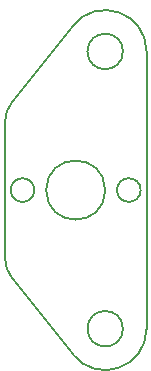
<source format=gbr>
%TF.GenerationSoftware,KiCad,Pcbnew,8.0.9*%
%TF.CreationDate,2025-07-13T01:57:19+09:00*%
%TF.ProjectId,MOTOR_MOUNT_BOARD,4d4f544f-525f-44d4-9f55-4e545f424f41,rev?*%
%TF.SameCoordinates,Original*%
%TF.FileFunction,Profile,NP*%
%FSLAX46Y46*%
G04 Gerber Fmt 4.6, Leading zero omitted, Abs format (unit mm)*
G04 Created by KiCad (PCBNEW 8.0.9) date 2025-07-13 01:57:19*
%MOMM*%
%LPD*%
G01*
G04 APERTURE LIST*
%TA.AperFunction,Profile*%
%ADD10C,0.200000*%
%TD*%
G04 APERTURE END LIST*
D10*
X52500000Y-50000000D02*
G75*
G02*
X47500000Y-50000000I-2500000J0D01*
G01*
X47500000Y-50000000D02*
G75*
G02*
X52500000Y-50000000I2500000J0D01*
G01*
X46500000Y-50000000D02*
G75*
G02*
X44500000Y-50000000I-1000000J0D01*
G01*
X44500000Y-50000000D02*
G75*
G02*
X46500000Y-50000000I1000000J0D01*
G01*
X55500000Y-50000000D02*
G75*
G02*
X53500000Y-50000000I-1000000J0D01*
G01*
X53500000Y-50000000D02*
G75*
G02*
X55500000Y-50000000I1000000J0D01*
G01*
X54000000Y-61736695D02*
G75*
G02*
X51000000Y-61736695I-1500000J0D01*
G01*
X51000000Y-61736695D02*
G75*
G02*
X54000000Y-61736695I1500000J0D01*
G01*
X54000000Y-38263305D02*
G75*
G02*
X51000000Y-38263305I-1500000J0D01*
G01*
X51000000Y-38263305D02*
G75*
G02*
X54000000Y-38263305I1500000J0D01*
G01*
X44000000Y-44343429D02*
X44000000Y-55656572D01*
X44000000Y-44343429D02*
G75*
G02*
X44656605Y-42470331I2999998J0D01*
G01*
X49766039Y-36078024D02*
X44656605Y-42470331D01*
X49766039Y-36078024D02*
G75*
G02*
X56000000Y-38263306I2733961J-2185282D01*
G01*
X56000000Y-61736695D02*
X56000000Y-38263306D01*
X56000000Y-61736695D02*
G75*
G02*
X49766039Y-63921977I-3500000J0D01*
G01*
X44656605Y-57529669D02*
X49766039Y-63921977D01*
X44656605Y-57529669D02*
G75*
G02*
X44000000Y-55656572I2343393J1873098D01*
G01*
M02*

</source>
